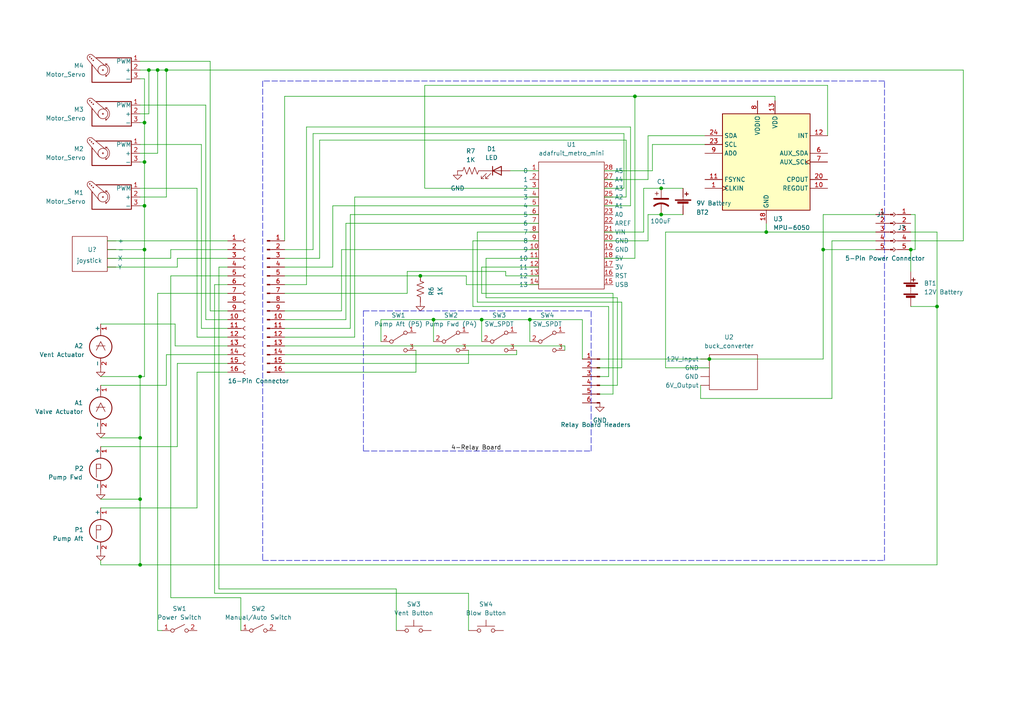
<source format=kicad_sch>
(kicad_sch (version 20211123) (generator eeschema)
  (paper "A4")
  (lib_symbols
    (symbol "Connector:Conn_01x05_Female" (pin_names (offset 1.016) hide)
      (property "Reference" "J" (at 0 7.62 0))
      (property "Value" "Conn_01x05_Female" (at 0 -7.62 0))
      (symbol "Conn_01x05_Female_1_1"
        (arc (start 0 -4.572) (mid -0.508 -5.08) (end 0 -5.588) (stroke (width 0.1524)))
        (arc (start 0 -2.032) (mid -0.508 -2.54) (end 0 -3.048) (stroke (width 0.1524)))
        (polyline (pts (xy -1.27 -5.08) (xy -0.508 -5.08)) (stroke (width 0.1524)))
        (polyline (pts (xy -1.27 -2.54) (xy -0.508 -2.54)) (stroke (width 0.1524)))
        (polyline (pts (xy -1.27 0) (xy -0.508 0)) (stroke (width 0.1524)))
        (polyline (pts (xy -1.27 2.54) (xy -0.508 2.54)) (stroke (width 0.1524)))
        (polyline (pts (xy -1.27 5.08) (xy -0.508 5.08)) (stroke (width 0.1524)))
        (arc (start 0 0.508) (mid -0.508 0) (end 0 -0.508) (stroke (width 0.1524)))
        (arc (start 0 3.048) (mid -0.508 2.54) (end 0 2.032) (stroke (width 0.1524)))
        (arc (start 0 5.588) (mid -0.508 5.08) (end 0 4.572) (stroke (width 0.1524)))
        (pin passive line (at -5.08 5.08 0) (length 3.81) (name "Pin_1") (number "1"))
        (pin passive line (at -5.08 2.54 0) (length 3.81) (name "Pin_2") (number "2"))
        (pin passive line (at -5.08 0 0) (length 3.81) (name "Pin_3") (number "3"))
        (pin passive line (at -5.08 -2.54 0) (length 3.81) (name "Pin_4") (number "4"))
        (pin passive line (at -5.08 -5.08 0) (length 3.81) (name "Pin_5") (number "5"))
      )
    )
    (symbol "Connector:Conn_01x05_Male" (pin_names (offset 1.016) hide)
      (property "Reference" "J" (at 0 7.62 0))
      (property "Value" "Conn_01x05_Male" (at 0 -7.62 0))
      (symbol "Conn_01x05_Male_1_1"
        (polyline (pts (xy 1.27 -5.08) (xy 0.8636 -5.08)) (stroke (width 0.1524)))
        (polyline (pts (xy 1.27 -2.54) (xy 0.8636 -2.54)) (stroke (width 0.1524)))
        (polyline (pts (xy 1.27 0) (xy 0.8636 0)) (stroke (width 0.1524)))
        (polyline (pts (xy 1.27 2.54) (xy 0.8636 2.54)) (stroke (width 0.1524)))
        (polyline (pts (xy 1.27 5.08) (xy 0.8636 5.08)) (stroke (width 0.1524)))
        (rectangle (start 0.8636 -4.953) (end 0 -5.207) (stroke (width 0.1524)) (fill (type outline)))
        (rectangle (start 0.8636 -2.413) (end 0 -2.667) (stroke (width 0.1524)) (fill (type outline)))
        (rectangle (start 0.8636 0.127) (end 0 -0.127) (stroke (width 0.1524)) (fill (type outline)))
        (rectangle (start 0.8636 2.667) (end 0 2.413) (stroke (width 0.1524)) (fill (type outline)))
        (rectangle (start 0.8636 5.207) (end 0 4.953) (stroke (width 0.1524)) (fill (type outline)))
        (pin passive line (at 5.08 5.08 180) (length 3.81) (name "Pin_1") (number "1"))
        (pin passive line (at 5.08 2.54 180) (length 3.81) (name "Pin_2") (number "2"))
        (pin passive line (at 5.08 0 180) (length 3.81) (name "Pin_3") (number "3"))
        (pin passive line (at 5.08 -2.54 180) (length 3.81) (name "Pin_4") (number "4"))
        (pin passive line (at 5.08 -5.08 180) (length 3.81) (name "Pin_5") (number "5"))
      )
    )
    (symbol "Connector:Conn_01x06_Male" (pin_names (offset 1.016) hide)
      (property "Reference" "J" (at 0 7.62 0))
      (property "Value" "Conn_01x06_Male" (at 0 -10.16 0))
      (symbol "Conn_01x06_Male_1_1"
        (polyline (pts (xy 1.27 -7.62) (xy 0.8636 -7.62)) (stroke (width 0.1524)))
        (polyline (pts (xy 1.27 -5.08) (xy 0.8636 -5.08)) (stroke (width 0.1524)))
        (polyline (pts (xy 1.27 -2.54) (xy 0.8636 -2.54)) (stroke (width 0.1524)))
        (polyline (pts (xy 1.27 0) (xy 0.8636 0)) (stroke (width 0.1524)))
        (polyline (pts (xy 1.27 2.54) (xy 0.8636 2.54)) (stroke (width 0.1524)))
        (polyline (pts (xy 1.27 5.08) (xy 0.8636 5.08)) (stroke (width 0.1524)))
        (rectangle (start 0.8636 -7.493) (end 0 -7.747) (stroke (width 0.1524)) (fill (type outline)))
        (rectangle (start 0.8636 -4.953) (end 0 -5.207) (stroke (width 0.1524)) (fill (type outline)))
        (rectangle (start 0.8636 -2.413) (end 0 -2.667) (stroke (width 0.1524)) (fill (type outline)))
        (rectangle (start 0.8636 0.127) (end 0 -0.127) (stroke (width 0.1524)) (fill (type outline)))
        (rectangle (start 0.8636 2.667) (end 0 2.413) (stroke (width 0.1524)) (fill (type outline)))
        (rectangle (start 0.8636 5.207) (end 0 4.953) (stroke (width 0.1524)) (fill (type outline)))
        (pin passive line (at 5.08 5.08 180) (length 3.81) (name "Pin_1") (number "1"))
        (pin passive line (at 5.08 2.54 180) (length 3.81) (name "Pin_2") (number "2"))
        (pin passive line (at 5.08 0 180) (length 3.81) (name "Pin_3") (number "3"))
        (pin passive line (at 5.08 -2.54 180) (length 3.81) (name "Pin_4") (number "4"))
        (pin passive line (at 5.08 -5.08 180) (length 3.81) (name "Pin_5") (number "5"))
        (pin passive line (at 5.08 -7.62 180) (length 3.81) (name "Pin_6") (number "6"))
      )
    )
    (symbol "Connector:Conn_01x16_Female" (pin_names (offset 1.016) hide)
      (property "Reference" "J" (at 0 20.32 0))
      (property "Value" "Conn_01x16_Female" (at 0 -22.86 0))
      (symbol "Conn_01x16_Female_1_1"
        (arc (start 0 -19.812) (mid -0.508 -20.32) (end 0 -20.828) (stroke (width 0.1524)))
        (arc (start 0 -17.272) (mid -0.508 -17.78) (end 0 -18.288) (stroke (width 0.1524)))
        (arc (start 0 -14.732) (mid -0.508 -15.24) (end 0 -15.748) (stroke (width 0.1524)))
        (arc (start 0 -12.192) (mid -0.508 -12.7) (end 0 -13.208) (stroke (width 0.1524)))
        (arc (start 0 -9.652) (mid -0.508 -10.16) (end 0 -10.668) (stroke (width 0.1524)))
        (arc (start 0 -7.112) (mid -0.508 -7.62) (end 0 -8.128) (stroke (width 0.1524)))
        (arc (start 0 -4.572) (mid -0.508 -5.08) (end 0 -5.588) (stroke (width 0.1524)))
        (arc (start 0 -2.032) (mid -0.508 -2.54) (end 0 -3.048) (stroke (width 0.1524)))
        (polyline (pts (xy -1.27 -20.32) (xy -0.508 -20.32)) (stroke (width 0.1524)))
        (polyline (pts (xy -1.27 -17.78) (xy -0.508 -17.78)) (stroke (width 0.1524)))
        (polyline (pts (xy -1.27 -15.24) (xy -0.508 -15.24)) (stroke (width 0.1524)))
        (polyline (pts (xy -1.27 -12.7) (xy -0.508 -12.7)) (stroke (width 0.1524)))
        (polyline (pts (xy -1.27 -10.16) (xy -0.508 -10.16)) (stroke (width 0.1524)))
        (polyline (pts (xy -1.27 -7.62) (xy -0.508 -7.62)) (stroke (width 0.1524)))
        (polyline (pts (xy -1.27 -5.08) (xy -0.508 -5.08)) (stroke (width 0.1524)))
        (polyline (pts (xy -1.27 -2.54) (xy -0.508 -2.54)) (stroke (width 0.1524)))
        (polyline (pts (xy -1.27 0) (xy -0.508 0)) (stroke (width 0.1524)))
        (polyline (pts (xy -1.27 2.54) (xy -0.508 2.54)) (stroke (width 0.1524)))
        (polyline (pts (xy -1.27 5.08) (xy -0.508 5.08)) (stroke (width 0.1524)))
        (polyline (pts (xy -1.27 7.62) (xy -0.508 7.62)) (stroke (width 0.1524)))
        (polyline (pts (xy -1.27 10.16) (xy -0.508 10.16)) (stroke (width 0.1524)))
        (polyline (pts (xy -1.27 12.7) (xy -0.508 12.7)) (stroke (width 0.1524)))
        (polyline (pts (xy -1.27 15.24) (xy -0.508 15.24)) (stroke (width 0.1524)))
        (polyline (pts (xy -1.27 17.78) (xy -0.508 17.78)) (stroke (width 0.1524)))
        (arc (start 0 0.508) (mid -0.508 0) (end 0 -0.508) (stroke (width 0.1524)))
        (arc (start 0 3.048) (mid -0.508 2.54) (end 0 2.032) (stroke (width 0.1524)))
        (arc (start 0 5.588) (mid -0.508 5.08) (end 0 4.572) (stroke (width 0.1524)))
        (arc (start 0 8.128) (mid -0.508 7.62) (end 0 7.112) (stroke (width 0.1524)))
        (arc (start 0 10.668) (mid -0.508 10.16) (end 0 9.652) (stroke (width 0.1524)))
        (arc (start 0 13.208) (mid -0.508 12.7) (end 0 12.192) (stroke (width 0.1524)))
        (arc (start 0 15.748) (mid -0.508 15.24) (end 0 14.732) (stroke (width 0.1524)))
        (arc (start 0 18.288) (mid -0.508 17.78) (end 0 17.272) (stroke (width 0.1524)))
        (pin passive line (at -5.08 17.78 0) (length 3.81) (name "Pin_1") (number "1"))
        (pin passive line (at -5.08 -5.08 0) (length 3.81) (name "Pin_10") (number "10"))
        (pin passive line (at -5.08 -7.62 0) (length 3.81) (name "Pin_11") (number "11"))
        (pin passive line (at -5.08 -10.16 0) (length 3.81) (name "Pin_12") (number "12"))
        (pin passive line (at -5.08 -12.7 0) (length 3.81) (name "Pin_13") (number "13"))
        (pin passive line (at -5.08 -15.24 0) (length 3.81) (name "Pin_14") (number "14"))
        (pin passive line (at -5.08 -17.78 0) (length 3.81) (name "Pin_15") (number "15"))
        (pin passive line (at -5.08 -20.32 0) (length 3.81) (name "Pin_16") (number "16"))
        (pin passive line (at -5.08 15.24 0) (length 3.81) (name "Pin_2") (number "2"))
        (pin passive line (at -5.08 12.7 0) (length 3.81) (name "Pin_3") (number "3"))
        (pin passive line (at -5.08 10.16 0) (length 3.81) (name "Pin_4") (number "4"))
        (pin passive line (at -5.08 7.62 0) (length 3.81) (name "Pin_5") (number "5"))
        (pin passive line (at -5.08 5.08 0) (length 3.81) (name "Pin_6") (number "6"))
        (pin passive line (at -5.08 2.54 0) (length 3.81) (name "Pin_7") (number "7"))
        (pin passive line (at -5.08 0 0) (length 3.81) (name "Pin_8") (number "8"))
        (pin passive line (at -5.08 -2.54 0) (length 3.81) (name "Pin_9") (number "9"))
      )
    )
    (symbol "Connector:Conn_01x16_Male" (pin_names (offset 1.016) hide)
      (property "Reference" "J" (at 0 20.32 0))
      (property "Value" "Conn_01x16_Male" (at 0 -22.86 0))
      (symbol "Conn_01x16_Male_1_1"
        (polyline (pts (xy 1.27 -20.32) (xy 0.8636 -20.32)) (stroke (width 0.1524)))
        (polyline (pts (xy 1.27 -17.78) (xy 0.8636 -17.78)) (stroke (width 0.1524)))
        (polyline (pts (xy 1.27 -15.24) (xy 0.8636 -15.24)) (stroke (width 0.1524)))
        (polyline (pts (xy 1.27 -12.7) (xy 0.8636 -12.7)) (stroke (width 0.1524)))
        (polyline (pts (xy 1.27 -10.16) (xy 0.8636 -10.16)) (stroke (width 0.1524)))
        (polyline (pts (xy 1.27 -7.62) (xy 0.8636 -7.62)) (stroke (width 0.1524)))
        (polyline (pts (xy 1.27 -5.08) (xy 0.8636 -5.08)) (stroke (width 0.1524)))
        (polyline (pts (xy 1.27 -2.54) (xy 0.8636 -2.54)) (stroke (width 0.1524)))
        (polyline (pts (xy 1.27 0) (xy 0.8636 0)) (stroke (width 0.1524)))
        (polyline (pts (xy 1.27 2.54) (xy 0.8636 2.54)) (stroke (width 0.1524)))
        (polyline (pts (xy 1.27 5.08) (xy 0.8636 5.08)) (stroke (width 0.1524)))
        (polyline (pts (xy 1.27 7.62) (xy 0.8636 7.62)) (stroke (width 0.1524)))
        (polyline (pts (xy 1.27 10.16) (xy 0.8636 10.16)) (stroke (width 0.1524)))
        (polyline (pts (xy 1.27 12.7) (xy 0.8636 12.7)) (stroke (width 0.1524)))
        (polyline (pts (xy 1.27 15.24) (xy 0.8636 15.24)) (stroke (width 0.1524)))
        (polyline (pts (xy 1.27 17.78) (xy 0.8636 17.78)) (stroke (width 0.1524)))
        (rectangle (start 0.8636 -20.193) (end 0 -20.447) (stroke (width 0.1524)) (fill (type outline)))
        (rectangle (start 0.8636 -17.653) (end 0 -17.907) (stroke (width 0.1524)) (fill (type outline)))
        (rectangle (start 0.8636 -15.113) (end 0 -15.367) (stroke (width 0.1524)) (fill (type outline)))
        (rectangle (start 0.8636 -12.573) (end 0 -12.827) (stroke (width 0.1524)) (fill (type outline)))
        (rectangle (start 0.8636 -10.033) (end 0 -10.287) (stroke (width 0.1524)) (fill (type outline)))
        (rectangle (start 0.8636 -7.493) (end 0 -7.747) (stroke (width 0.1524)) (fill (type outline)))
        (rectangle (start 0.8636 -4.953) (end 0 -5.207) (stroke (width 0.1524)) (fill (type outline)))
        (rectangle (start 0.8636 -2.413) (end 0 -2.667) (stroke (width 0.1524)) (fill (type outline)))
        (rectangle (start 0.8636 0.127) (end 0 -0.127) (stroke (width 0.1524)) (fill (type outline)))
        (rectangle (start 0.8636 2.667) (end 0 2.413) (stroke (width 0.1524)) (fill (type outline)))
        (rectangle (start 0.8636 5.207) (end 0 4.953) (stroke (width 0.1524)) (fill (type outline)))
        (rectangle (start 0.8636 7.747) (end 0 7.493) (stroke (width 0.1524)) (fill (type outline)))
        (rectangle (start 0.8636 10.287) (end 0 10.033) (stroke (width 0.1524)) (fill (type outline)))
        (rectangle (start 0.8636 12.827) (end 0 12.573) (stroke (width 0.1524)) (fill (type outline)))
        (rectangle (start 0.8636 15.367) (end 0 15.113) (stroke (width 0.1524)) (fill (type outline)))
        (rectangle (start 0.8636 17.907) (end 0 17.653) (stroke (width 0.1524)) (fill (type outline)))
        (pin passive line (at 5.08 17.78 180) (length 3.81) (name "Pin_1") (number "1"))
        (pin passive line (at 5.08 -5.08 180) (length 3.81) (name "Pin_10") (number "10"))
        (pin passive line (at 5.08 -7.62 180) (length 3.81) (name "Pin_11") (number "11"))
        (pin passive line (at 5.08 -10.16 180) (length 3.81) (name "Pin_12") (number "12"))
        (pin passive line (at 5.08 -12.7 180) (length 3.81) (name "Pin_13") (number "13"))
        (pin passive line (at 5.08 -15.24 180) (length 3.81) (name "Pin_14") (number "14"))
        (pin passive line (at 5.08 -17.78 180) (length 3.81) (name "Pin_15") (number "15"))
        (pin passive line (at 5.08 -20.32 180) (length 3.81) (name "Pin_16") (number "16"))
        (pin passive line (at 5.08 15.24 180) (length 3.81) (name "Pin_2") (number "2"))
        (pin passive line (at 5.08 12.7 180) (length 3.81) (name "Pin_3") (number "3"))
        (pin passive line (at 5.08 10.16 180) (length 3.81) (name "Pin_4") (number "4"))
        (pin passive line (at 5.08 7.62 180) (length 3.81) (name "Pin_5") (number "5"))
        (pin passive line (at 5.08 5.08 180) (length 3.81) (name "Pin_6") (number "6"))
        (pin passive line (at 5.08 2.54 180) (length 3.81) (name "Pin_7") (number "7"))
        (pin passive line (at 5.08 0 180) (length 3.81) (name "Pin_8") (number "8"))
        (pin passive line (at 5.08 -2.54 180) (length 3.81) (name "Pin_9") (number "9"))
      )
    )
    (symbol "Device:Battery" (pin_numbers hide) (pin_names (offset 0) hide)
      (property "Reference" "BT" (at 2.54 2.54 0))
      (property "Value" "Battery" (at 2.54 0 0))
      (symbol "Battery_0_1"
        (rectangle (start -2.032 -1.397) (end 2.032 -1.651) (fill (type outline)))
        (rectangle (start -2.032 1.778) (end 2.032 1.524) (fill (type outline)))
        (rectangle (start -1.3208 -1.9812) (end 1.27 -2.4892) (fill (type outline)))
        (rectangle (start -1.3208 1.1938) (end 1.27 0.6858) (fill (type outline)))
        (polyline (pts (xy 0 -1.524) (xy 0 -1.27)))
        (polyline (pts (xy 0 -1.016) (xy 0 -0.762)))
        (polyline (pts (xy 0 -0.508) (xy 0 -0.254)))
        (polyline (pts (xy 0 0) (xy 0 0.254)))
        (polyline (pts (xy 0 0.508) (xy 0 0.762)))
        (polyline (pts (xy 0 1.778) (xy 0 2.54)))
        (polyline (pts (xy 0.254 2.667) (xy 1.27 2.667)) (stroke (width 0.254)))
        (polyline (pts (xy 0.762 3.175) (xy 0.762 2.159)) (stroke (width 0.254)))
      )
      (symbol "Battery_1_1"
        (pin passive line (at 0 5.08 270) (length 2.54) (name "+") (number "1"))
        (pin passive line (at 0 -5.08 90) (length 2.54) (name "-") (number "2"))
      )
    )
    (symbol "Device:Battery_Cell" (pin_numbers hide) (pin_names (offset 0) hide)
      (property "Reference" "BT" (at 2.54 2.54 0))
      (property "Value" "Battery_Cell" (at 2.54 0 0))
      (symbol "Battery_Cell_0_1"
        (rectangle (start -2.286 1.778) (end 2.286 1.524) (fill (type outline)))
        (rectangle (start -1.5748 1.1938) (end 1.4732 0.6858) (fill (type outline)))
        (polyline (pts (xy 0 0.762) (xy 0 0)))
        (polyline (pts (xy 0 1.778) (xy 0 2.54)))
        (polyline (pts (xy 0.508 3.429) (xy 1.524 3.429)) (stroke (width 0.254)))
        (polyline (pts (xy 1.016 3.937) (xy 1.016 2.921)) (stroke (width 0.254)))
      )
      (symbol "Battery_Cell_1_1"
        (pin passive line (at 0 5.08 270) (length 2.54) (name "+") (number "1"))
        (pin passive line (at 0 -2.54 90) (length 2.54) (name "-") (number "2"))
      )
    )
    (symbol "Device:C_Polarized_US" (pin_numbers hide) (pin_names (offset 0.254) hide)
      (property "Reference" "C" (at 0.635 2.54 0))
      (property "Value" "C_Polarized_US" (at 0.635 -2.54 0))
      (symbol "C_Polarized_US_0_1"
        (polyline (pts (xy -2.032 0.762) (xy 2.032 0.762)) (stroke (width 0.508)))
        (polyline (pts (xy -1.778 2.286) (xy -0.762 2.286)))
        (polyline (pts (xy -1.27 1.778) (xy -1.27 2.794)))
        (arc (start 2.032 -1.27) (mid 0 -0.5572) (end -2.032 -1.27) (stroke (width 0.508)))
      )
      (symbol "C_Polarized_US_1_1"
        (pin passive line (at 0 3.81 270) (length 2.794) (name "~") (number "1"))
        (pin passive line (at 0 -3.81 90) (length 3.302) (name "~") (number "2"))
      )
    )
    (symbol "Device:LED" (pin_numbers hide) (pin_names (offset 1.016) hide)
      (property "Reference" "D" (at 0 2.54 0))
      (property "Value" "LED" (at 0 -2.54 0))
      (symbol "LED_0_1"
        (polyline (pts (xy -1.27 -1.27) (xy -1.27 1.27)) (stroke (width 0.254)))
        (polyline (pts (xy -1.27 0) (xy 1.27 0)))
        (polyline (pts (xy 1.27 -1.27) (xy 1.27 1.27) (xy -1.27 0) (xy 1.27 -1.27)) (stroke (width 0.254)))
        (polyline (pts (xy -3.048 -0.762) (xy -4.572 -2.286) (xy -3.81 -2.286) (xy -4.572 -2.286) (xy -4.572 -1.524)))
        (polyline (pts (xy -1.778 -0.762) (xy -3.302 -2.286) (xy -2.54 -2.286) (xy -3.302 -2.286) (xy -3.302 -1.524)))
      )
      (symbol "LED_1_1"
        (pin passive line (at -3.81 0 0) (length 2.54) (name "K") (number "1"))
        (pin passive line (at 3.81 0 180) (length 2.54) (name "A") (number "2"))
      )
    )
    (symbol "Device:R_US" (pin_numbers hide) (pin_names (offset 0))
      (property "Reference" "R" (at 2.54 0 90))
      (property "Value" "R_US" (at -2.54 0 90))
      (symbol "R_US_0_1"
        (polyline (pts (xy 0 -2.286) (xy 0 -2.54)))
        (polyline (pts (xy 0 2.286) (xy 0 2.54)))
        (polyline (pts (xy 0 -0.762) (xy 1.016 -1.143) (xy 0 -1.524) (xy -1.016 -1.905) (xy 0 -2.286)))
        (polyline (pts (xy 0 0.762) (xy 1.016 0.381) (xy 0 0) (xy -1.016 -0.381) (xy 0 -0.762)))
        (polyline (pts (xy 0 2.286) (xy 1.016 1.905) (xy 0 1.524) (xy -1.016 1.143) (xy 0 0.762)))
      )
      (symbol "R_US_1_1"
        (pin passive line (at 0 3.81 270) (length 1.27) (name "~") (number "1"))
        (pin passive line (at 0 -3.81 90) (length 1.27) (name "~") (number "2"))
      )
    )
    (symbol "Motor:Motor_DC" (pin_names (offset 0))
      (property "Reference" "A2" (at 5.08 -1.2699 0))
      (property "Value" "Pump Aft" (at 5.08 -3.8099 0))
      (symbol "Motor_DC_0_1"
        (circle (center 0 -1.524) (radius 3.2512) (stroke (width 0.254)))
        (polyline (pts (xy 0 -7.62) (xy 0 -7.112)))
        (polyline (pts (xy 0 -4.7752) (xy 0 -5.1816)))
        (polyline (pts (xy 0 1.7272) (xy 0 2.0828)))
        (polyline (pts (xy 0 2.032) (xy 0 2.54)))
        (polyline (pts (xy -1.27 0) (xy -1.27 -3.81) (xy -1.27 0) (xy 0 0) (xy 0 -1.27) (xy -1.27 -1.27)))
      )
      (symbol "Motor_DC_1_1"
        (pin passive line (at 0 5.08 270) (length 2.54) (name "+") (number "1"))
        (pin passive line (at 0 -7.62 90) (length 2.54) (name "-") (number "2"))
      )
    )
    (symbol "Motor:Motor_Servo" (pin_names (offset 0.0254))
      (property "Reference" "M" (at -5.08 4.445 0))
      (property "Value" "Motor_Servo" (at -5.08 -4.064 0))
      (symbol "Motor_Servo_0_1"
        (polyline (pts (xy 2.413 -1.778) (xy 2.032 -1.778)))
        (polyline (pts (xy 2.413 -1.778) (xy 2.286 -1.397)))
        (polyline (pts (xy 2.413 1.778) (xy 1.905 1.778)))
        (polyline (pts (xy 2.413 1.778) (xy 2.286 1.397)))
        (polyline (pts (xy 6.35 4.445) (xy 2.54 1.27)))
        (polyline (pts (xy 7.62 3.175) (xy 4.191 -1.016)))
        (polyline (pts (xy 5.08 3.556) (xy -5.08 3.556) (xy -5.08 -3.556) (xy 6.35 -3.556) (xy 6.35 1.524)) (stroke (width 0.254)))
        (arc (start 2.413 1.778) (mid 1.2406 0) (end 2.413 -1.778))
        (circle (center 3.175 0) (radius 0.1778))
        (circle (center 3.175 0) (radius 1.4224))
        (circle (center 5.969 2.794) (radius 0.127))
        (circle (center 6.477 3.302) (radius 0.127))
        (circle (center 6.985 3.81) (radius 0.127))
        (arc (start 7.62 3.175) (mid 7.4485 4.2735) (end 6.35 4.445))
      )
      (symbol "Motor_Servo_1_1"
        (pin passive line (at -7.62 2.54 0) (length 2.54) (name "PWM") (number "1"))
        (pin passive line (at -7.62 0 0) (length 2.54) (name "+") (number "2"))
        (pin passive line (at -7.62 -2.54 0) (length 2.54) (name "-") (number "3"))
      )
    )
    (symbol "Motor_DC_1" (pin_names (offset 0))
      (property "Reference" "A1" (at 5.08 -1.2699 0))
      (property "Value" "Motor_DC_1" (at 5.08 -3.8099 0))
      (symbol "Motor_DC_1_0_1"
        (circle (center 0 -1.524) (radius 3.2512) (stroke (width 0.254)))
        (polyline (pts (xy -1.27 0) (xy -1.27 -3.81)))
        (polyline (pts (xy 0 -7.62) (xy 0 -7.112)))
        (polyline (pts (xy 0 -4.7752) (xy 0 -5.1816)))
        (polyline (pts (xy 0 1.7272) (xy 0 2.0828)))
        (polyline (pts (xy 0 2.032) (xy 0 2.54)))
        (polyline (pts (xy -1.27 0) (xy 0 0) (xy 0 -1.27) (xy -1.27 -1.27) (xy -1.27 0)))
      )
      (symbol "Motor_DC_1_1_1"
        (pin passive line (at 0 5.08 270) (length 2.54) (name "+") (number "1"))
        (pin passive line (at 0 -7.62 90) (length 2.54) (name "-") (number "2"))
      )
    )
    (symbol "Motor_DC_2" (pin_names (offset 0))
      (property "Reference" "M?" (at 5.08 -1.2699 0))
      (property "Value" "Motor_DC" (at 5.08 -3.8099 0))
      (symbol "Motor_DC_2_0_1"
        (circle (center 0 -1.524) (radius 3.2512) (stroke (width 0.254)))
        (polyline (pts (xy -1.27 -1.27) (xy 1.27 -1.27)))
        (polyline (pts (xy 0 -7.62) (xy 0 -7.112)))
        (polyline (pts (xy 0 -4.7752) (xy 0 -5.1816)))
        (polyline (pts (xy 0 1.7272) (xy 0 2.0828)))
        (polyline (pts (xy 0 2.032) (xy 0 2.54)))
        (polyline (pts (xy -1.27 -2.54) (xy 0 0) (xy 1.27 -2.54)))
      )
      (symbol "Motor_DC_2_1_1"
        (pin passive line (at 0 5.08 270) (length 2.54) (name "+") (number "1"))
        (pin passive line (at 0 -7.62 90) (length 2.54) (name "-") (number "2"))
      )
    )
    (symbol "Motor_DC_3" (pin_names (offset 0))
      (property "Reference" "M?" (at 5.08 -1.2699 0))
      (property "Value" "Motor_DC" (at 5.08 -3.8099 0))
      (symbol "Motor_DC_3_0_1"
        (circle (center 0 -1.524) (radius 3.2512) (stroke (width 0.254)))
        (polyline (pts (xy 0 -7.62) (xy 0 -7.112)))
        (polyline (pts (xy 0 -4.7752) (xy 0 -5.1816)))
        (polyline (pts (xy 0 1.7272) (xy 0 2.0828)))
        (polyline (pts (xy 0 2.032) (xy 0 2.54)))
        (polyline (pts (xy 1.27 -1.27) (xy -1.27 -1.27) (xy 1.27 -1.27)))
        (polyline (pts (xy 0 0) (xy -1.27 -2.54) (xy 0 0) (xy 1.27 -2.54)))
      )
      (symbol "Motor_DC_3_1_1"
        (pin passive line (at 0 5.08 270) (length 2.54) (name "+") (number "1"))
        (pin passive line (at 0 -7.62 90) (length 2.54) (name "-") (number "2"))
      )
    )
    (symbol "Sensor_Motion:MPU-6050"
      (property "Reference" "U" (at -11.43 13.97 0))
      (property "Value" "MPU-6050" (at 7.62 -15.24 0))
      (symbol "MPU-6050_0_0"
        (text "" (at 12.7 -2.54 0) (effects (font (size 1.27 1.27))))
      )
      (symbol "MPU-6050_0_1"
        (rectangle (start -12.7 13.97) (end 12.7 -13.97) (stroke (width 0.254)) (fill (type background)))
      )
      (symbol "MPU-6050_1_1"
        (pin input clock (at -17.78 -7.62 0) (length 5.08) (name "CLKIN") (number "1"))
        (pin passive line (at 17.78 -7.62 180) (length 5.08) (name "REGOUT") (number "10"))
        (pin input line (at -17.78 -5.08 0) (length 5.08) (name "FSYNC") (number "11"))
        (pin output line (at 17.78 7.62 180) (length 5.08) (name "INT") (number "12"))
        (pin power_in line (at 2.54 17.78 270) (length 3.81) (name "VDD") (number "13"))
        (pin no_connect line (at -12.7 -10.16 0) (length 2.54) hide (name "NC") (number "14"))
        (pin no_connect line (at 12.7 12.7 180) (length 2.54) hide (name "NC") (number "15"))
        (pin no_connect line (at 12.7 10.16 180) (length 2.54) hide (name "NC") (number "16"))
        (pin no_connect line (at 12.7 5.08 180) (length 2.54) hide (name "NC") (number "17"))
        (pin power_in line (at 0 -17.78 90) (length 3.81) (name "GND") (number "18"))
        (pin no_connect line (at 12.7 -10.16 180) (length 2.54) hide (name "NC") (number "19"))
        (pin no_connect line (at -12.7 12.7 0) (length 2.54) hide (name "NC") (number "2"))
        (pin passive line (at 17.78 -5.08 180) (length 5.08) (name "CPOUT") (number "20"))
        (pin no_connect line (at 12.7 -2.54 180) (length 2.54) hide (name "NC") (number "21"))
        (pin no_connect line (at 12.7 -12.7 180) (length 2.54) hide (name "NC") (number "22"))
        (pin input line (at -17.78 5.08 0) (length 5.08) (name "SCL") (number "23"))
        (pin bidirectional line (at -17.78 7.62 0) (length 5.08) (name "SDA") (number "24"))
        (pin no_connect line (at -12.7 10.16 0) (length 2.54) hide (name "NC") (number "3"))
        (pin no_connect line (at -12.7 0 0) (length 2.54) hide (name "NC") (number "4"))
        (pin no_connect line (at -12.7 -2.54 0) (length 2.54) hide (name "NC") (number "5"))
        (pin bidirectional line (at 17.78 2.54 180) (length 5.08) (name "AUX_SDA") (number "6"))
        (pin output clock (at 17.78 0 180) (length 5.08) (name "AUX_SCL") (number "7"))
        (pin power_in line (at -2.54 17.78 270) (length 3.81) (name "VDDIO") (number "8"))
        (pin input line (at -17.78 2.54 0) (length 5.08) (name "AD0") (number "9"))
      )
    )
    (symbol "Switch:SW_Push" (pin_numbers hide) (pin_names (offset 1.016) hide)
      (property "Reference" "SW" (at 1.27 2.54 0))
      (property "Value" "SW_Push" (at 0 -1.524 0))
      (symbol "SW_Push_0_1"
        (circle (center -2.032 0) (radius 0.508))
        (polyline (pts (xy 0 1.27) (xy 0 3.048)))
        (polyline (pts (xy 2.54 1.27) (xy -2.54 1.27)))
        (circle (center 2.032 0) (radius 0.508))
        (pin passive line (at -5.08 0 0) (length 2.54) (name "1") (number "1"))
        (pin passive line (at 5.08 0 180) (length 2.54) (name "2") (number "2"))
      )
    )
    (symbol "Switch:SW_SPDT" (pin_names (offset 0) hide)
      (property "Reference" "SW" (at 0 4.318 0))
      (property "Value" "SW_SPDT" (at 0 -5.08 0))
      (symbol "SW_SPDT_0_0"
        (circle (center -2.032 0) (radius 0.508))
        (circle (center 2.032 -2.54) (radius 0.508))
      )
      (symbol "SW_SPDT_0_1"
        (polyline (pts (xy -1.524 0.254) (xy 1.651 2.286)))
        (circle (center 2.032 2.54) (radius 0.508))
      )
      (symbol "SW_SPDT_1_1"
        (pin passive line (at 5.08 2.54 180) (length 2.54) (name "A") (number "1"))
        (pin passive line (at -5.08 0 0) (length 2.54) (name "B") (number "2"))
        (pin passive line (at 5.08 -2.54 180) (length 2.54) (name "C") (number "3"))
      )
    )
    (symbol "Switch:SW_SPST" (pin_names (offset 0) hide)
      (property "Reference" "SW" (at 0 3.175 0))
      (property "Value" "SW_SPST" (at 0 -2.54 0))
      (symbol "SW_SPST_0_0"
        (circle (center -2.032 0) (radius 0.508))
        (polyline (pts (xy -1.524 0.254) (xy 1.524 1.778)))
        (circle (center 2.032 0) (radius 0.508))
      )
      (symbol "SW_SPST_1_1"
        (pin passive line (at -5.08 0 0) (length 2.54) (name "A") (number "1"))
        (pin passive line (at 5.08 0 180) (length 2.54) (name "B") (number "2"))
      )
    )
    (symbol "custom_parts:adafruit_metro_mini"
      (property "Reference" "U" (at 0 0 0))
      (property "Value" "adafruit_metro_mini" (at -2.54 -25.4 0))
      (symbol "adafruit_metro_mini_0_1"
        (rectangle (start -12.7 15.24) (end 6.35 -21.59))
      )
      (symbol "adafruit_metro_mini_1_1"
        (pin bidirectional line (at -12.7 12.7 180) (length 2.54) (name "0") (number "1"))
        (pin bidirectional line (at -12.7 -10.16 180) (length 2.54) (name "9") (number "10"))
        (pin bidirectional line (at -12.7 -12.7 180) (length 2.54) (name "10") (number "11"))
        (pin bidirectional line (at -12.7 -15.24 180) (length 2.54) (name "11") (number "12"))
        (pin bidirectional line (at -12.7 -17.78 180) (length 2.54) (name "12") (number "13"))
        (pin bidirectional line (at -12.7 -20.32 180) (length 2.54) (name "13") (number "14"))
        (pin bidirectional line (at 6.35 -20.32 0) (length 2.54) (name "USB") (number "15"))
        (pin bidirectional line (at 6.35 -17.78 0) (length 2.54) (name "RST") (number "16"))
        (pin output line (at 6.35 -15.24 0) (length 2.54) (name "3V") (number "17"))
        (pin output line (at 6.35 -12.7 0) (length 2.54) (name "5V") (number "18"))
        (pin bidirectional line (at 6.35 -10.16 0) (length 2.54) (name "GND") (number "19"))
        (pin bidirectional line (at -12.7 10.16 180) (length 2.54) (name "1") (number "2"))
        (pin bidirectional line (at 6.35 -7.62 0) (length 2.54) (name "GND") (number "20"))
        (pin bidirectional line (at 6.35 -5.08 0) (length 2.54) (name "VIN") (number "21"))
        (pin output line (at 6.35 -2.54 0) (length 2.54) (name "AREF") (number "22"))
        (pin bidirectional line (at 6.35 0 0) (length 2.54) (name "A0") (number "23"))
        (pin bidirectional line (at 6.35 2.54 0) (length 2.54) (name "A1") (number "24"))
        (pin bidirectional line (at 6.35 5.08 0) (length 2.54) (name "A2") (number "25"))
        (pin bidirectional line (at 6.35 7.62 0) (length 2.54) (name "A3") (number "26"))
        (pin bidirectional line (at 6.35 10.16 0) (length 2.54) (name "A4") (number "27"))
        (pin bidirectional line (at 6.35 12.7 0) (length 2.54) (name "A5") (number "28"))
        (pin bidirectional line (at -12.7 7.62 180) (length 2.54) (name "2") (number "3"))
        (pin bidirectional line (at -12.7 5.08 180) (length 2.54) (name "3") (number "4"))
        (pin bidirectional line (at -12.7 2.54 180) (length 2.54) (name "4") (number "5"))
        (pin bidirectional line (at -12.7 0 180) (length 2.54) (name "5") (number "6"))
        (pin bidirectional line (at -12.7 -2.54 180) (length 2.54) (name "6") (number "7"))
        (pin bidirectional line (at -12.7 -5.08 180) (length 2.54) (name "7") (number "8"))
        (pin bidirectional line (at -12.7 -7.62 180) (length 2.54) (name "8") (number "9"))
      )
    )
    (symbol "custom_parts:buck_converter"
      (property "Reference" "U" (at 0 0 0))
      (property "Value" "buck_converter" (at 0 0 0))
      (symbol "buck_converter_0_1"
        (rectangle (start -6.35 5.08) (end 7.62 -5.08))
      )
      (symbol "buck_converter_1_1"
        (pin input line (at -6.35 3.81 180) (length 2.54) (name "12V_Input") (number ""))
        (pin output line (at -6.35 -3.81 180) (length 2.54) (name "6V_Output") (number ""))
        (pin bidirectional line (at -6.35 -1.27 180) (length 2.54) (name "GND") (number ""))
        (pin bidirectional line (at -6.35 1.27 180) (length 2.54) (name "GND") (number ""))
      )
    )
    (symbol "custom_parts:joystick"
      (property "Reference" "U" (at 0 0 0))
      (property "Value" "joystick" (at 0 -1.27 0))
      (symbol "joystick_0_1"
        (rectangle (start -5.08 3.81) (end 5.08 -6.35))
      )
      (symbol "joystick_1_1"
        (pin input line (at 5.08 2.54 0) (length 2.54) (name "+") (number ""))
        (pin input line (at 5.08 0 0) (length 2.54) (name "-") (number ""))
        (pin input line (at 5.08 -2.54 0) (length 2.54) (name "X") (number ""))
        (pin input line (at 5.08 -5.08 0) (length 2.54) (name "Y") (number ""))
      )
    )
    (symbol "power:GND" (power) (pin_names (offset 0))
      (property "Value" "GND" (at 0 -3.81 0))
      (symbol "GND_0_1"
        (polyline (pts (xy 0 0) (xy 0 -1.27) (xy 1.27 -1.27) (xy 0 -2.54) (xy -1.27 -1.27) (xy 0 -1.27)))
      )
      (symbol "GND_1_1"
        (pin power_in line (at 0 0 270) (length 0) hide (name "GND") (number "1"))
      )
    )
  )
  (junction (at 40.64 109.22))
  (junction (at 184.15 27.94))
  (junction (at 40.64 144.78))
  (junction (at 271.78 88.9))
  (junction (at 264.16 72.39))
  (junction (at 125.73 92.71))
  (junction (at 41.91 46.99))
  (junction (at 191.77 54.61))
  (junction (at 41.91 35.56))
  (junction (at 41.91 59.69))
  (junction (at 40.64 127))
  (junction (at 45.72 20.32))
  (junction (at 139.7 92.71))
  (junction (at 222.25 67.31))
  (junction (at 205.74 104.14))
  (junction (at 48.26 20.32))
  (junction (at 238.76 72.39))
  (junction (at 43.18 20.32))
  (junction (at 191.77 62.23))
  (junction (at 153.67 92.71))
  (junction (at 41.91 72.39))
  (junction (at 121.92 80.01))
  (junction (at 40.64 163.83))
  (wire (pts (xy 66.04 102.87) (xy 48.26 102.87)))
  (wire (pts (xy 271.78 88.9) (xy 271.78 67.31)))
  (polyline (pts (xy 105.41 90.17) (xy 171.45 90.17)))
  (wire (pts (xy 49.53 72.39) (xy 66.04 72.39)))
  (wire (pts (xy 173.99 114.3) (xy 177.8 114.3)))
  (wire (pts (xy 66.04 82.55) (xy 62.23 82.55)))
  (wire (pts (xy 114.935 170.815) (xy 114.935 182.88)))
  (wire (pts (xy 40.64 20.32) (xy 43.18 20.32)))
  (wire (pts (xy 156.21 82.55) (xy 135.255 82.55)))
  (wire (pts (xy 51.435 77.47) (xy 51.435 74.93)))
  (wire (pts (xy 135.89 105.41) (xy 82.55 105.41)))
  (wire (pts (xy 40.64 127) (xy 40.64 109.22)))
  (wire (pts (xy 198.12 62.23) (xy 191.77 62.23)))
  (wire (pts (xy 271.78 163.83) (xy 271.78 88.9)))
  (wire (pts (xy 41.91 46.99) (xy 41.91 59.69)))
  (wire (pts (xy 173.99 104.14) (xy 205.74 104.14)))
  (wire (pts (xy 140.97 74.93) (xy 140.97 86.36)))
  (wire (pts (xy 63.5 77.47) (xy 63.5 170.815)))
  (wire (pts (xy 241.3 69.85) (xy 254 69.85)))
  (wire (pts (xy 29.21 144.78) (xy 40.64 144.78)))
  (wire (pts (xy 51.435 129.54) (xy 29.21 129.54)))
  (wire (pts (xy 189.23 41.91) (xy 189.23 49.53)))
  (wire (pts (xy 186.69 54.61) (xy 186.69 67.31)))
  (wire (pts (xy 96.52 59.69) (xy 156.21 59.69)))
  (wire (pts (xy 222.25 67.31) (xy 254 67.31)))
  (wire (pts (xy 57.15 107.95) (xy 57.15 147.32)))
  (wire (pts (xy 41.91 59.69) (xy 40.64 59.69)))
  (wire (pts (xy 180.34 87.63) (xy 138.43 87.63)))
  (wire (pts (xy 82.55 72.39) (xy 90.805 72.39)))
  (wire (pts (xy 57.15 54.61) (xy 57.15 97.79)))
  (wire (pts (xy 40.64 22.86) (xy 41.91 22.86)))
  (wire (pts (xy 57.15 147.32) (xy 29.21 147.32)))
  (wire (pts (xy 135.255 80.01) (xy 135.255 82.55)))
  (polyline (pts (xy 171.45 130.81) (xy 171.45 90.17)))
  (wire (pts (xy 137.16 69.85) (xy 156.21 69.85)))
  (wire (pts (xy 58.42 95.25) (xy 66.04 95.25)))
  (wire (pts (xy 82.55 85.09) (xy 118.11 85.09)))
  (wire (pts (xy 203.2 115.57) (xy 241.3 115.57)))
  (wire (pts (xy 45.72 85.09) (xy 45.72 182.88)))
  (wire (pts (xy 59.69 30.48) (xy 59.69 92.71)))
  (wire (pts (xy 187.96 52.07) (xy 175.26 52.07)))
  (wire (pts (xy 66.04 105.41) (xy 51.435 105.41)))
  (wire (pts (xy 180.975 38.735) (xy 180.975 54.61)))
  (wire (pts (xy 146.685 78.74) (xy 146.685 80.01)))
  (wire (pts (xy 203.2 111.76) (xy 203.2 115.57)))
  (wire (pts (xy 156.21 77.47) (xy 139.7 77.47)))
  (wire (pts (xy 40.64 33.02) (xy 43.18 33.02)))
  (wire (pts (xy 101.6 62.23) (xy 101.6 95.25)))
  (wire (pts (xy 279.4 69.85) (xy 279.4 20.32)))
  (wire (pts (xy 41.91 35.56) (xy 40.64 35.56)))
  (wire (pts (xy 82.55 92.71) (xy 100.33 92.71)))
  (wire (pts (xy 110.49 99.06) (xy 110.49 92.71)))
  (wire (pts (xy 120.65 107.95) (xy 82.55 107.95)))
  (wire (pts (xy 40.64 144.78) (xy 40.64 163.83)))
  (wire (pts (xy 82.55 102.87) (xy 149.86 102.87)))
  (wire (pts (xy 41.91 46.99) (xy 40.64 46.99)))
  (wire (pts (xy 123.19 24.765) (xy 240.03 24.765)))
  (polyline (pts (xy 105.41 90.17) (xy 105.41 130.81)))
  (wire (pts (xy 48.26 57.15) (xy 48.26 20.32)))
  (wire (pts (xy 82.55 27.94) (xy 184.15 27.94)))
  (wire (pts (xy 137.16 88.9) (xy 137.16 69.85)))
  (wire (pts (xy 99.06 72.39) (xy 156.21 72.39)))
  (wire (pts (xy 125.73 92.71) (xy 139.7 92.71)))
  (polyline (pts (xy 256.54 23.495) (xy 76.2 23.495)))
  (wire (pts (xy 59.69 92.71) (xy 66.04 92.71)))
  (wire (pts (xy 189.23 49.53) (xy 175.26 49.53)))
  (wire (pts (xy 66.04 107.95) (xy 57.15 107.95)))
  (wire (pts (xy 180.34 106.68) (xy 180.34 87.63)))
  (wire (pts (xy 177.8 85.09) (xy 177.8 114.3)))
  (wire (pts (xy 181.61 40.64) (xy 92.71 40.64)))
  (wire (pts (xy 191.77 62.23) (xy 187.96 62.23)))
  (wire (pts (xy 43.18 20.32) (xy 45.72 20.32)))
  (wire (pts (xy 88.9 82.55) (xy 88.9 36.83)))
  (wire (pts (xy 140.97 86.36) (xy 179.07 86.36)))
  (wire (pts (xy 57.15 97.79) (xy 66.04 97.79)))
  (wire (pts (xy 204.47 41.91) (xy 189.23 41.91)))
  (wire (pts (xy 102.87 97.79) (xy 102.87 57.15)))
  (wire (pts (xy 40.64 163.83) (xy 29.21 163.83)))
  (wire (pts (xy 264.16 69.85) (xy 279.4 69.85)))
  (wire (pts (xy 240.03 24.765) (xy 240.03 39.37)))
  (wire (pts (xy 264.16 72.39) (xy 264.16 78.74)))
  (wire (pts (xy 66.04 77.47) (xy 63.5 77.47)))
  (wire (pts (xy 238.76 72.39) (xy 254 72.39)))
  (wire (pts (xy 176.53 109.22) (xy 176.53 88.9)))
  (wire (pts (xy 31.115 72.39) (xy 41.91 72.39)))
  (wire (pts (xy 135.89 172.085) (xy 135.89 182.88)))
  (wire (pts (xy 222.25 64.77) (xy 222.25 67.31)))
  (wire (pts (xy 62.23 172.085) (xy 135.89 172.085)))
  (wire (pts (xy 118.11 78.74) (xy 146.685 78.74)))
  (wire (pts (xy 58.42 41.91) (xy 58.42 95.25)))
  (wire (pts (xy 100.33 92.71) (xy 100.33 64.77)))
  (wire (pts (xy 238.76 62.23) (xy 238.76 72.39)))
  (wire (pts (xy 118.11 85.09) (xy 118.11 78.74)))
  (wire (pts (xy 241.3 115.57) (xy 241.3 69.85)))
  (wire (pts (xy 92.71 40.64) (xy 92.71 74.93)))
  (wire (pts (xy 184.15 27.94) (xy 184.15 74.93)))
  (wire (pts (xy 41.91 35.56) (xy 41.91 46.99)))
  (wire (pts (xy 69.85 173.355) (xy 69.85 182.88)))
  (wire (pts (xy 139.7 85.09) (xy 177.8 85.09)))
  (wire (pts (xy 146.685 80.01) (xy 156.21 80.01)))
  (wire (pts (xy 90.805 38.735) (xy 180.975 38.735)))
  (wire (pts (xy 66.04 85.09) (xy 45.72 85.09)))
  (wire (pts (xy 102.87 57.15) (xy 156.21 57.15)))
  (polyline (pts (xy 105.41 130.81) (xy 171.45 130.81)))
  (wire (pts (xy 191.77 54.61) (xy 186.69 54.61)))
  (wire (pts (xy 205.74 106.68) (xy 193.04 106.68)))
  (wire (pts (xy 139.7 92.71) (xy 153.67 92.71)))
  (wire (pts (xy 156.21 54.61) (xy 123.19 54.61)))
  (wire (pts (xy 49.53 74.93) (xy 49.53 72.39)))
  (wire (pts (xy 173.355 106.68) (xy 180.34 106.68)))
  (wire (pts (xy 110.49 92.71) (xy 125.73 92.71)))
  (wire (pts (xy 50.8 100.33) (xy 66.04 100.33)))
  (wire (pts (xy 173.99 111.76) (xy 179.07 111.76)))
  (wire (pts (xy 92.71 74.93) (xy 82.55 74.93)))
  (wire (pts (xy 90.805 72.39) (xy 90.805 38.735)))
  (wire (pts (xy 125.73 92.71) (xy 125.73 99.06)))
  (wire (pts (xy 120.65 101.6) (xy 120.65 107.95)))
  (wire (pts (xy 40.64 57.15) (xy 48.26 57.15)))
  (wire (pts (xy 265.43 72.39) (xy 265.43 62.23)))
  (wire (pts (xy 181.61 57.15) (xy 181.61 40.64)))
  (wire (pts (xy 238.76 72.39) (xy 238.76 104.14)))
  (wire (pts (xy 45.72 44.45) (xy 45.72 20.32)))
  (wire (pts (xy 40.64 144.78) (xy 40.64 127)))
  (wire (pts (xy 62.23 82.55) (xy 62.23 172.085)))
  (wire (pts (xy 264.16 72.39) (xy 265.43 72.39)))
  (wire (pts (xy 224.79 27.94) (xy 184.15 27.94)))
  (wire (pts (xy 31.115 69.85) (xy 66.04 69.85)))
  (wire (pts (xy 45.72 20.32) (xy 48.26 20.32)))
  (wire (pts (xy 82.55 82.55) (xy 88.9 82.55)))
  (wire (pts (xy 121.92 80.01) (xy 135.255 80.01)))
  (wire (pts (xy 123.19 54.61) (xy 123.19 24.765)))
  (wire (pts (xy 168.91 92.71) (xy 168.91 104.14)))
  (wire (pts (xy 265.43 62.23) (xy 264.16 62.23)))
  (wire (pts (xy 173.99 109.22) (xy 176.53 109.22)))
  (wire (pts (xy 29.21 109.22) (xy 40.64 109.22)))
  (wire (pts (xy 88.9 36.83) (xy 182.88 36.83)))
  (wire (pts (xy 66.04 80.01) (xy 49.53 80.01)))
  (wire (pts (xy 271.78 67.31) (xy 264.16 67.31)))
  (wire (pts (xy 41.91 109.22) (xy 40.64 109.22)))
  (wire (pts (xy 51.435 105.41) (xy 51.435 129.54)))
  (wire (pts (xy 45.72 182.88) (xy 46.99 182.88)))
  (wire (pts (xy 29.21 162.56) (xy 29.21 163.83)))
  (wire (pts (xy 31.115 77.47) (xy 51.435 77.47)))
  (wire (pts (xy 48.26 20.32) (xy 279.4 20.32)))
  (wire (pts (xy 40.64 41.91) (xy 58.42 41.91)))
  (wire (pts (xy 41.91 59.69) (xy 41.91 72.39)))
  (wire (pts (xy 40.64 30.48) (xy 59.69 30.48)))
  (wire (pts (xy 60.96 90.17) (xy 66.04 90.17)))
  (wire (pts (xy 82.55 77.47) (xy 96.52 77.47)))
  (wire (pts (xy 238.76 62.23) (xy 254 62.23)))
  (wire (pts (xy 135.89 101.6) (xy 135.89 105.41)))
  (wire (pts (xy 49.53 173.355) (xy 69.85 173.355)))
  (wire (pts (xy 63.5 170.815) (xy 114.935 170.815)))
  (wire (pts (xy 156.21 62.23) (xy 101.6 62.23)))
  (wire (pts (xy 50.8 100.33) (xy 50.8 93.98)))
  (wire (pts (xy 40.64 54.61) (xy 57.15 54.61)))
  (wire (pts (xy 186.69 67.31) (xy 175.26 67.31)))
  (wire (pts (xy 193.04 67.31) (xy 222.25 67.31)))
  (wire (pts (xy 187.96 39.37) (xy 187.96 52.07)))
  (wire (pts (xy 163.83 100.33) (xy 163.83 101.6)))
  (wire (pts (xy 100.33 64.77) (xy 156.21 64.77)))
  (wire (pts (xy 184.15 74.93) (xy 175.26 74.93)))
  (wire (pts (xy 99.06 90.17) (xy 99.06 72.39)))
  (wire (pts (xy 187.96 62.23) (xy 187.96 69.85)))
  (wire (pts (xy 96.52 77.47) (xy 96.52 59.69)))
  (wire (pts (xy 205.74 104.14) (xy 238.76 104.14)))
  (wire (pts (xy 50.8 93.98) (xy 29.21 93.98)))
  (polyline (pts (xy 256.54 162.56) (xy 256.54 23.495)))
  (wire (pts (xy 40.64 17.78) (xy 60.96 17.78)))
  (wire (pts (xy 187.96 69.85) (xy 175.26 69.85)))
  (polyline (pts (xy 76.2 23.495) (xy 76.2 162.56)))
  (wire (pts (xy 49.53 80.01) (xy 49.53 173.355)))
  (wire (pts (xy 29.21 127) (xy 40.64 127)))
  (wire (pts (xy 101.6 95.25) (xy 82.55 95.25)))
  (wire (pts (xy 40.64 163.83) (xy 271.78 163.83)))
  (wire (pts (xy 60.96 90.17) (xy 60.96 17.78)))
  (wire (pts (xy 264.16 88.9) (xy 271.78 88.9)))
  (wire (pts (xy 82.55 80.01) (xy 121.92 80.01)))
  (wire (pts (xy 193.04 106.68) (xy 193.04 67.31)))
  (wire (pts (xy 48.26 111.76) (xy 29.21 111.76)))
  (wire (pts (xy 175.26 57.15) (xy 181.61 57.15)))
  (wire (pts (xy 176.53 88.9) (xy 137.16 88.9)))
  (wire (pts (xy 138.43 67.31) (xy 156.21 67.31)))
  (wire (pts (xy 82.55 97.79) (xy 102.87 97.79)))
  (wire (pts (xy 40.64 44.45) (xy 45.72 44.45)))
  (wire (pts (xy 156.21 74.93) (xy 140.97 74.93)))
  (wire (pts (xy 179.07 86.36) (xy 179.07 111.76)))
  (wire (pts (xy 41.91 72.39) (xy 41.91 109.22)))
  (wire (pts (xy 224.79 29.21) (xy 224.79 27.94)))
  (wire (pts (xy 147.955 49.53) (xy 156.21 49.53)))
  (wire (pts (xy 43.18 33.02) (xy 43.18 20.32)))
  (polyline (pts (xy 76.2 162.56) (xy 256.54 162.56)))
  (wire (pts (xy 139.7 77.47) (xy 139.7 85.09)))
  (wire (pts (xy 138.43 87.63) (xy 138.43 67.31)))
  (wire (pts (xy 48.26 102.87) (xy 48.26 111.76)))
  (wire (pts (xy 182.88 36.83) (xy 182.88 59.69)))
  (wire (pts (xy 153.67 92.71) (xy 168.91 92.71)))
  (wire (pts (xy 31.115 74.93) (xy 49.53 74.93)))
  (wire (pts (xy 182.88 59.69) (xy 175.26 59.69)))
  (wire (pts (xy 82.55 90.17) (xy 99.06 90.17)))
  (wire (pts (xy 180.975 54.61) (xy 175.26 54.61)))
  (wire (pts (xy 41.91 22.86) (xy 41.91 35.56)))
  (wire (pts (xy 51.435 74.93) (xy 66.04 74.93)))
  (wire (pts (xy 204.47 39.37) (xy 187.96 39.37)))
  (wire (pts (xy 139.7 92.71) (xy 139.7 99.06)))
  (wire (pts (xy 82.55 69.85) (xy 82.55 27.94)))
  (wire (pts (xy 153.67 92.71) (xy 153.67 99.06)))
  (wire (pts (xy 82.55 100.33) (xy 163.83 100.33)))
  (wire (pts (xy 149.86 102.87) (xy 149.86 101.6)))
  (wire (pts (xy 198.12 54.61) (xy 191.77 54.61)))
  (label "4-Relay Board" (at 130.81 130.81 0))
  (symbol (lib_id "Sensor_Motion:MPU-6050") (at 222.25 46.99 0) (unit 1)
    (property "Reference" "U3" (at 224.2694 63.5 0) (effects (justify left)))
    (property "Value" "MPU-6050" (at 224.2694 66.04 0) (effects (justify left)))
    (property "Footprint" "Sensor_Motion:InvenSense_QFN-24_4x4mm_P0.5mm" (effects hide))
    (property "Datasheet" "https://store.invensense.com/datasheets/invensense/MPU-6050_DataSheet_V3%204.pdf" (effects hide))
  )
  (symbol (lib_name "Motor_DC_1") (lib_id "Motor:Motor_DC") (at 29.21 134.62 0) (unit 1)
    (property "Reference" "P2" (at 21.59 135.89 0) (effects (justify left)))
    (property "Value" "Pump Fwd" (at 13.97 138.43 0) (effects (justify left)))
  )
  (symbol (lib_id "power:GND") (at 29.21 142.24 0) (unit 1)
    (property "Reference" "#PWR?" (effects hide))
    (property "Value" "GND" (effects hide))
  )
  (symbol (lib_id "Motor:Motor_DC") (at 29.21 152.4 0) (unit 1)
    (property "Reference" "P1" (at 21.59 153.67 0) (effects (justify left)))
    (property "Value" "Pump Aft" (at 15.24 156.21 0) (effects (justify left)))
  )
  (symbol (lib_id "Switch:SW_SPDT") (at 115.57 99.06 0) (unit 1)
    (property "Reference" "SW1" (at 115.57 91.44 0))
    (property "Value" "Pump Aft (P5)" (at 115.57 93.98 0))
  )
  (symbol (lib_id "custom_parts:adafruit_metro_mini") (at 168.91 62.23 0) (unit 1)
    (property "Reference" "U1" (at 165.735 41.91 0))
    (property "Value" "adafruit_metro_mini" (at 165.735 44.45 0))
  )
  (symbol (lib_id "Motor:Motor_Servo") (at 33.02 33.02 0) (mirror y) (unit 1)
    (property "Reference" "M3" (at 22.86 31.75 0))
    (property "Value" "Motor_Servo" (at 19.05 34.29 0))
    (property "Datasheet" "http://forums.parallax.com/uploads/attachments/46831/74481.png" (effects hide))
  )
  (symbol (lib_id "Switch:SW_SPDT") (at 158.75 99.06 0) (unit 1)
    (property "Reference" "SW4" (at 158.75 91.44 0))
    (property "Value" "SW_SPDT" (at 158.75 93.98 0))
  )
  (symbol (lib_id "Connector:Conn_01x06_Male") (at 173.99 109.22 0) (mirror y) (unit 1)
    (property "Reference" "J?" (effects hide))
    (property "Value" "Relay Board Headers" (at 162.56 123.19 0) (effects (justify right)))
  )
  (symbol (lib_id "power:GND") (at 29.21 124.46 0) (unit 1)
    (property "Reference" "#PWR?" (effects hide))
    (property "Value" "GND" (effects hide))
  )
  (symbol (lib_id "Switch:SW_SPST") (at 52.07 182.88 0) (unit 1)
    (property "Reference" "SW1" (at 52.07 176.53 0))
    (property "Value" "Power Switch" (at 52.07 179.07 0))
  )
  (symbol (lib_id "Device:C_Polarized_US") (at 191.77 58.42 0) (unit 1)
    (property "Reference" "C1" (at 190.5 52.705 0) (effects (justify left)))
    (property "Value" "100uF" (at 188.595 64.135 0) (effects (justify left)))
  )
  (symbol (lib_id "power:GND") (at 29.21 106.68 0) (unit 1)
    (property "Reference" "#PWR?" (effects hide))
    (property "Value" "GND" (effects hide))
  )
  (symbol (lib_id "Device:R_US") (at 121.92 83.82 180) (unit 1)
    (property "Reference" "R6" (at 125.095 84.455 90))
    (property "Value" "1K" (at 127.635 84.455 90))
  )
  (symbol (lib_id "Switch:SW_SPDT") (at 144.78 99.06 0) (unit 1)
    (property "Reference" "SW3" (at 144.78 91.44 0))
    (property "Value" "SW_SPDT" (at 144.78 93.98 0))
  )
  (symbol (lib_id "Connector:Conn_01x05_Female") (at 259.08 67.31 0) (mirror y) (unit 1)
    (property "Reference" "J?" (at 256.54 62.23 0) (effects (justify left)))
    (property "Value" "Conn_01x05_Female" (effects hide))
  )
  (symbol (lib_id "Motor:Motor_Servo") (at 33.02 20.32 0) (mirror y) (unit 1)
    (property "Reference" "M4" (at 22.86 19.05 0))
    (property "Value" "Motor_Servo" (at 19.05 21.59 0))
    (property "Datasheet" "http://forums.parallax.com/uploads/attachments/46831/74481.png" (effects hide))
  )
  (symbol (lib_id "power:GND") (at 121.92 87.63 0) (unit 1)
    (property "Reference" "#PWR?" (effects hide))
    (property "Value" "GND" (effects hide))
  )
  (symbol (lib_id "Device:Battery_Cell") (at 198.12 59.69 0) (unit 1)
    (property "Reference" "BT2" (at 201.93 61.595 0) (effects (justify left)))
    (property "Value" "9V Battery" (at 201.93 58.9279 0) (effects (justify left)))
  )
  (symbol (lib_id "Motor:Motor_Servo") (at 33.02 57.15 0) (mirror y) (unit 1)
    (property "Reference" "M1" (at 22.86 55.88 0))
    (property "Value" "Motor_Servo" (at 19.05 58.42 0))
    (property "Datasheet" "http://forums.parallax.com/uploads/attachments/46831/74481.png" (effects hide))
  )
  (symbol (lib_id "Device:LED") (at 144.145 49.53 0) (unit 1)
    (property "Reference" "D1" (at 142.5575 43.18 0))
    (property "Value" "LED" (at 142.5575 45.72 0))
  )
  (symbol (lib_name "Motor_DC_3") (lib_id "Motor:Motor_DC") (at 29.21 116.84 0) (unit 1)
    (property "Reference" "A1" (at 21.59 116.84 0) (effects (justify left)))
    (property "Value" "Valve Actuator" (at 10.16 119.38 0) (effects (justify left)))
  )
  (symbol (lib_id "power:GND") (at 173.99 116.84 0) (unit 1)
    (property "Reference" "#PWR?" (effects hide))
    (property "Value" "GND" (at 173.99 121.92 0))
  )
  (symbol (lib_id "Connector:Conn_01x16_Male") (at 77.47 87.63 0) (unit 1)
    (property "Reference" "J?" (effects hide))
    (property "Value" "16-Pin Connector" (at 83.82 110.49 0) (effects (justify right)))
  )
  (symbol (lib_id "custom_parts:joystick") (at 26.035 72.39 0) (unit 1)
    (property "Reference" "U?" (at 25.4 72.39 0) (effects (justify left)))
    (property "Value" "joystick" (at 22.225 75.565 0) (effects (justify left)))
  )
  (symbol (lib_id "Switch:SW_Push") (at 120.015 182.88 0) (unit 1)
    (property "Reference" "SW3" (at 120.015 175.26 0))
    (property "Value" "Vent Button" (at 120.015 177.8 0))
  )
  (symbol (lib_id "Motor:Motor_Servo") (at 33.02 44.45 0) (mirror y) (unit 1)
    (property "Reference" "M2" (at 22.86 43.18 0))
    (property "Value" "Motor_Servo" (at 19.05 45.72 0))
    (property "Datasheet" "http://forums.parallax.com/uploads/attachments/46831/74481.png" (effects hide))
  )
  (symbol (lib_name "Motor_DC_2") (lib_id "Motor:Motor_DC") (at 29.21 99.06 0) (unit 1)
    (property "Reference" "A2" (at 21.59 100.33 0) (effects (justify left)))
    (property "Value" "Vent Actuator" (at 11.43 102.87 0) (effects (justify left)))
  )
  (symbol (lib_id "Device:R_US") (at 136.525 49.53 270) (unit 1)
    (property "Reference" "R7" (at 136.525 43.815 90))
    (property "Value" "1K" (at 136.525 46.355 90))
  )
  (symbol (lib_id "power:GND") (at 29.21 160.02 0) (unit 1)
    (property "Reference" "#PWR?" (effects hide))
    (property "Value" "GND" (effects hide))
  )
  (symbol (lib_id "Connector:Conn_01x05_Male") (at 259.08 67.31 0) (mirror y) (unit 1)
    (property "Reference" "J?" (at 260.35 66.0399 0) (effects (justify right)))
    (property "Value" "5-Pin Power Connector" (at 245.11 74.93 0) (effects (justify right)))
  )
  (symbol (lib_id "Switch:SW_SPST") (at 74.93 182.88 0) (unit 1)
    (property "Reference" "SW2" (at 74.93 176.53 0))
    (property "Value" "Manual/Auto Switch" (at 74.93 179.07 0))
  )
  (symbol (lib_id "power:GND") (at 132.715 49.53 0) (unit 1)
    (property "Reference" "#PWR?" (effects hide))
    (property "Value" "GND" (at 132.715 54.61 0))
  )
  (symbol (lib_id "Switch:SW_Push") (at 140.97 182.88 0) (unit 1)
    (property "Reference" "SW4" (at 140.97 175.26 0))
    (property "Value" "Blow Button" (at 140.97 177.8 0))
  )
  (symbol (lib_id "Connector:Conn_01x16_Female") (at 71.12 87.63 0) (unit 1)
    (property "Reference" "J?" (effects hide))
    (property "Value" "Conn_01x16_Female" (effects hide))
  )
  (symbol (lib_id "Device:Battery") (at 264.16 83.82 0) (unit 1)
    (property "Reference" "BT1" (at 267.97 82.1689 0) (effects (justify left)))
    (property "Value" "12V Battery" (at 267.97 84.7089 0) (effects (justify left)))
  )
  (symbol (lib_id "Switch:SW_SPDT") (at 130.81 99.06 0) (unit 1)
    (property "Reference" "SW2" (at 130.81 91.44 0))
    (property "Value" "Pump Fwd (P4)" (at 130.81 93.98 0))
  )
  (symbol (lib_id "custom_parts:buck_converter") (at 212.09 107.95 0) (unit 1)
    (property "Reference" "U2" (at 211.455 97.79 0))
    (property "Value" "buck_converter" (at 211.455 100.33 0))
  )
)
</source>
